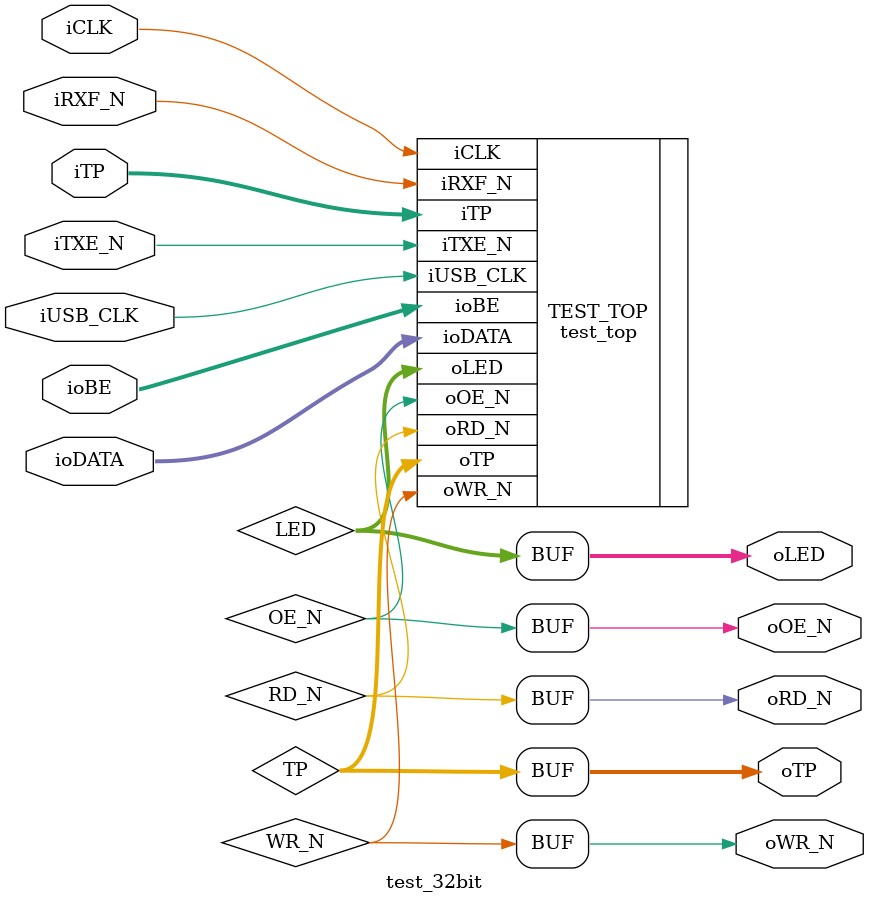
<source format=v>
`include "defines.v"

module test_32bit #(parameter D_BIT = 32, BE_BIT = 4)(
	input iCLK,
	
// for debug:
	input [1 : 0] iTP,
	output [2 : 0] oTP,
	
	output [2 : 0] oLED,
	
// FTDI600/601 interface (all signals active low):
	input iUSB_CLK,
	
	inout [D_BIT - 1 : 0] ioDATA,
	inout [BE_BIT - 1 : 0] ioBE, // byte enable

	input iTXE_N, // transmit FIFO buffer empty
	input iRXF_N,
	
	output oOE_N,
	output oRD_N,
	output oWR_N
);

wire [2 : 0] LED;
wire [2 : 0] TP;

wire OE_N;
wire RD_N;
wire WR_N;

test_top #(.D_BIT(D_BIT), .BE_BIT(BE_BIT)) TEST_TOP(
	.iCLK(iCLK),
	
	.oLED(LED),
	
	.iTP(iTP),
	.oTP(TP),
	
	.iUSB_CLK(iUSB_CLK),
	
	.ioDATA(ioDATA),
	.ioBE(ioBE),

	.iTXE_N(iTXE_N),
	.iRXF_N(iRXF_N),
	
	.oOE_N(OE_N),
	.oRD_N(RD_N),
	.oWR_N(WR_N)
);

assign oTP = TP;
assign oLED = LED;

assign oOE_N = OE_N;
assign oRD_N = RD_N;
assign oWR_N = WR_N;

endmodule 
</source>
